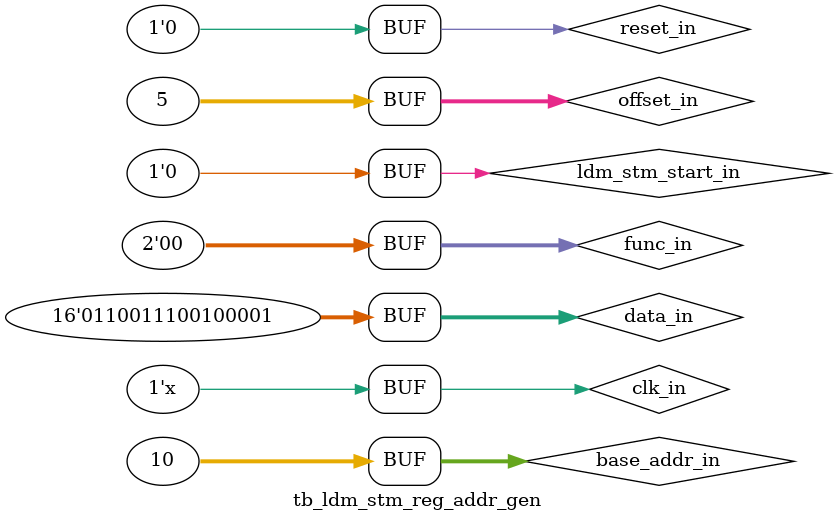
<source format=v>
`timescale 1ns / 1ps

module tb_ldm_stm_reg_addr_gen;

	// Inputs
	reg clk_in;
	reg reset_in;
	reg ldm_stm_start_in;
	reg [15:0] data_in;
	reg [31:0] base_addr_in;
	reg [31:0] offset_in;
	reg [1:0] func_in;

	// Outputs
	wire [3:0] reg_addr_out;
	wire ldm_stm_en_out;
	wire [31:0] addr_to_mem_out;
	wire [31:0] data_to_reg_update_out;

	// Instantiate the Unit Under Test (UUT)
	ldm_stm_reg_addr_generator uut (
		.clk_in(clk_in), 
		.reset_in(reset_in), 
		.ldm_stm_start_in(ldm_stm_start_in), 
		.data_in(data_in), 
		.reg_addr_out(reg_addr_out), 
		.ldm_stm_en_out(ldm_stm_en_out)
	);
	
	mem_addr_calc address_calculator (
    .clk_in(clk_in),
	 .reset_in(reset_in),
	 .base_addr_in(base_addr_in), 
    .offset_in(offset_in), 
    .func_in(func_in), 
	 .ldm_stm_en_in(ldm_stm_en_out),
    .ldm_stm_start_in(ldm_stm_start_in), 
    .swp_ctrl_S3_in(1'b0), 
	 .addr_to_mem_out(addr_to_mem_out), 
    .data_to_reg_update_out(data_to_reg_update_out)
    );
	
	initial begin
		// Initialize Inputs
		clk_in = 0;
		reset_in = 1;
		ldm_stm_start_in = 0;
		data_in = 0;
		base_addr_in = 0;
		offset_in = 0;
		func_in = 0;

		// Wait 100 ns for global reset to finish
		#105;
		reset_in <= 1'b0;  
		#10;
		ldm_stm_start_in = 1;
		data_in = 16'b0110_0111_0010_0001;
		base_addr_in = 10;
		offset_in = 5;
		func_in = 3'b00;
		#10;
		ldm_stm_start_in = 0;
		// Add stimulus here

	end
      
		always #5 clk_in = ~clk_in;
		
endmodule


</source>
